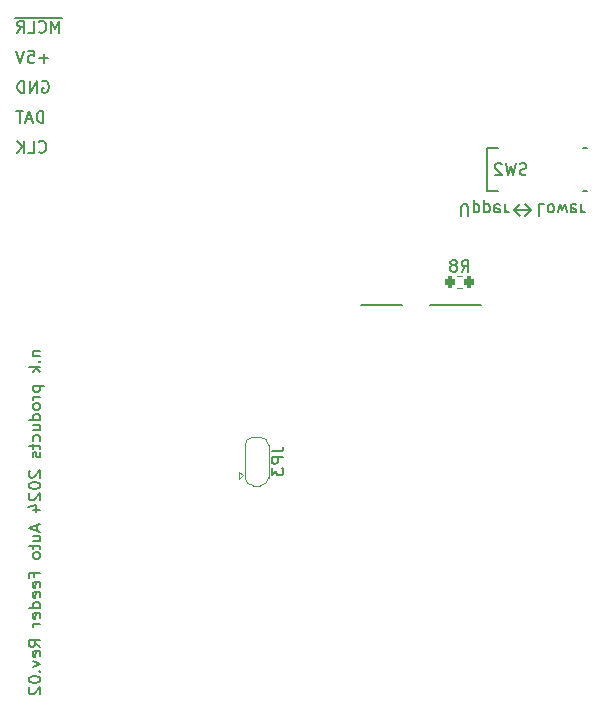
<source format=gbo>
G04 #@! TF.GenerationSoftware,KiCad,Pcbnew,(6.0.10-0)*
G04 #@! TF.CreationDate,2024-01-08T22:07:42+09:00*
G04 #@! TF.ProjectId,AutoFeeder_Drum-type,4175746f-4665-4656-9465-725f4472756d,02*
G04 #@! TF.SameCoordinates,Original*
G04 #@! TF.FileFunction,Legend,Bot*
G04 #@! TF.FilePolarity,Positive*
%FSLAX46Y46*%
G04 Gerber Fmt 4.6, Leading zero omitted, Abs format (unit mm)*
G04 Created by KiCad (PCBNEW (6.0.10-0)) date 2024-01-08 22:07:42*
%MOMM*%
%LPD*%
G01*
G04 APERTURE LIST*
G04 Aperture macros list*
%AMRoundRect*
0 Rectangle with rounded corners*
0 $1 Rounding radius*
0 $2 $3 $4 $5 $6 $7 $8 $9 X,Y pos of 4 corners*
0 Add a 4 corners polygon primitive as box body*
4,1,4,$2,$3,$4,$5,$6,$7,$8,$9,$2,$3,0*
0 Add four circle primitives for the rounded corners*
1,1,$1+$1,$2,$3*
1,1,$1+$1,$4,$5*
1,1,$1+$1,$6,$7*
1,1,$1+$1,$8,$9*
0 Add four rect primitives between the rounded corners*
20,1,$1+$1,$2,$3,$4,$5,0*
20,1,$1+$1,$4,$5,$6,$7,0*
20,1,$1+$1,$6,$7,$8,$9,0*
20,1,$1+$1,$8,$9,$2,$3,0*%
%AMFreePoly0*
4,1,22,0.550000,-0.750000,0.000000,-0.750000,0.000000,-0.745033,-0.079941,-0.743568,-0.215256,-0.701293,-0.333266,-0.622738,-0.424486,-0.514219,-0.481581,-0.384460,-0.499164,-0.250000,-0.500000,-0.250000,-0.500000,0.250000,-0.499164,0.250000,-0.499963,0.256109,-0.478152,0.396186,-0.417904,0.524511,-0.324060,0.630769,-0.204165,0.706417,-0.067858,0.745374,0.000000,0.744959,0.000000,0.750000,
0.550000,0.750000,0.550000,-0.750000,0.550000,-0.750000,$1*%
%AMFreePoly1*
4,1,20,0.000000,0.744959,0.073905,0.744508,0.209726,0.703889,0.328688,0.626782,0.421226,0.519385,0.479903,0.390333,0.500000,0.250000,0.500000,-0.250000,0.499851,-0.262216,0.476331,-0.402017,0.414519,-0.529596,0.319384,-0.634700,0.198574,-0.708877,0.061801,-0.746166,0.000000,-0.745033,0.000000,-0.750000,-0.550000,-0.750000,-0.550000,0.750000,0.000000,0.750000,0.000000,0.744959,
0.000000,0.744959,$1*%
G04 Aperture macros list end*
%ADD10C,0.150000*%
%ADD11C,0.120000*%
%ADD12R,1.700000X1.700000*%
%ADD13O,1.700000X1.700000*%
%ADD14C,1.440000*%
%ADD15C,1.100000*%
%ADD16C,3.200000*%
%ADD17O,1.100000X1.700000*%
%ADD18RoundRect,0.250000X0.750000X-0.600000X0.750000X0.600000X-0.750000X0.600000X-0.750000X-0.600000X0*%
%ADD19O,2.000000X1.700000*%
%ADD20C,1.700000*%
%ADD21RoundRect,0.200000X0.200000X0.275000X-0.200000X0.275000X-0.200000X-0.275000X0.200000X-0.275000X0*%
%ADD22FreePoly0,90.000000*%
%ADD23R,1.500000X1.000000*%
%ADD24FreePoly1,90.000000*%
G04 APERTURE END LIST*
D10*
X199750000Y-87200000D02*
X198250000Y-87200000D01*
X199750000Y-87200000D02*
X199250000Y-87700000D01*
X196925000Y-81950000D02*
X196025000Y-81950000D01*
X204475000Y-81950000D02*
X204125000Y-81950000D01*
X198250000Y-87200000D02*
X198750000Y-87700000D01*
X196025000Y-85650000D02*
X196925000Y-85650000D01*
X185300000Y-95300000D02*
X188800000Y-95300000D01*
X204125000Y-85650000D02*
X204475000Y-85650000D01*
X198250000Y-87200000D02*
X198750000Y-86700000D01*
X191200000Y-95300000D02*
X195500000Y-95300000D01*
X199750000Y-87200000D02*
X199250000Y-86700000D01*
X196025000Y-81950000D02*
X196025000Y-85650000D01*
X200845238Y-86747619D02*
X200369047Y-86747619D01*
X200369047Y-87747619D01*
X201321428Y-86747619D02*
X201226190Y-86795238D01*
X201178571Y-86842857D01*
X201130952Y-86938095D01*
X201130952Y-87223809D01*
X201178571Y-87319047D01*
X201226190Y-87366666D01*
X201321428Y-87414285D01*
X201464285Y-87414285D01*
X201559523Y-87366666D01*
X201607142Y-87319047D01*
X201654761Y-87223809D01*
X201654761Y-86938095D01*
X201607142Y-86842857D01*
X201559523Y-86795238D01*
X201464285Y-86747619D01*
X201321428Y-86747619D01*
X201988095Y-87414285D02*
X202178571Y-86747619D01*
X202369047Y-87223809D01*
X202559523Y-86747619D01*
X202750000Y-87414285D01*
X203511904Y-86795238D02*
X203416666Y-86747619D01*
X203226190Y-86747619D01*
X203130952Y-86795238D01*
X203083333Y-86890476D01*
X203083333Y-87271428D01*
X203130952Y-87366666D01*
X203226190Y-87414285D01*
X203416666Y-87414285D01*
X203511904Y-87366666D01*
X203559523Y-87271428D01*
X203559523Y-87176190D01*
X203083333Y-87080952D01*
X203988095Y-86747619D02*
X203988095Y-87414285D01*
X203988095Y-87223809D02*
X204035714Y-87319047D01*
X204083333Y-87366666D01*
X204178571Y-87414285D01*
X204273809Y-87414285D01*
X158339214Y-76335000D02*
X158434452Y-76287380D01*
X158577309Y-76287380D01*
X158720166Y-76335000D01*
X158815404Y-76430238D01*
X158863023Y-76525476D01*
X158910642Y-76715952D01*
X158910642Y-76858809D01*
X158863023Y-77049285D01*
X158815404Y-77144523D01*
X158720166Y-77239761D01*
X158577309Y-77287380D01*
X158482071Y-77287380D01*
X158339214Y-77239761D01*
X158291595Y-77192142D01*
X158291595Y-76858809D01*
X158482071Y-76858809D01*
X157863023Y-77287380D02*
X157863023Y-76287380D01*
X157291595Y-77287380D01*
X157291595Y-76287380D01*
X156815404Y-77287380D02*
X156815404Y-76287380D01*
X156577309Y-76287380D01*
X156434452Y-76335000D01*
X156339214Y-76430238D01*
X156291595Y-76525476D01*
X156243976Y-76715952D01*
X156243976Y-76858809D01*
X156291595Y-77049285D01*
X156339214Y-77144523D01*
X156434452Y-77239761D01*
X156577309Y-77287380D01*
X156815404Y-77287380D01*
X157519714Y-99165000D02*
X158186380Y-99165000D01*
X157614952Y-99165000D02*
X157567333Y-99212619D01*
X157519714Y-99307857D01*
X157519714Y-99450714D01*
X157567333Y-99545952D01*
X157662571Y-99593571D01*
X158186380Y-99593571D01*
X158091142Y-100069761D02*
X158138761Y-100117380D01*
X158186380Y-100069761D01*
X158138761Y-100022142D01*
X158091142Y-100069761D01*
X158186380Y-100069761D01*
X158186380Y-100545952D02*
X157186380Y-100545952D01*
X157805428Y-100641190D02*
X158186380Y-100926904D01*
X157519714Y-100926904D02*
X157900666Y-100545952D01*
X157519714Y-102117380D02*
X158519714Y-102117380D01*
X157567333Y-102117380D02*
X157519714Y-102212619D01*
X157519714Y-102403095D01*
X157567333Y-102498333D01*
X157614952Y-102545952D01*
X157710190Y-102593571D01*
X157995904Y-102593571D01*
X158091142Y-102545952D01*
X158138761Y-102498333D01*
X158186380Y-102403095D01*
X158186380Y-102212619D01*
X158138761Y-102117380D01*
X158186380Y-103022142D02*
X157519714Y-103022142D01*
X157710190Y-103022142D02*
X157614952Y-103069761D01*
X157567333Y-103117380D01*
X157519714Y-103212619D01*
X157519714Y-103307857D01*
X158186380Y-103784047D02*
X158138761Y-103688809D01*
X158091142Y-103641190D01*
X157995904Y-103593571D01*
X157710190Y-103593571D01*
X157614952Y-103641190D01*
X157567333Y-103688809D01*
X157519714Y-103784047D01*
X157519714Y-103926904D01*
X157567333Y-104022142D01*
X157614952Y-104069761D01*
X157710190Y-104117380D01*
X157995904Y-104117380D01*
X158091142Y-104069761D01*
X158138761Y-104022142D01*
X158186380Y-103926904D01*
X158186380Y-103784047D01*
X158186380Y-104974523D02*
X157186380Y-104974523D01*
X158138761Y-104974523D02*
X158186380Y-104879285D01*
X158186380Y-104688809D01*
X158138761Y-104593571D01*
X158091142Y-104545952D01*
X157995904Y-104498333D01*
X157710190Y-104498333D01*
X157614952Y-104545952D01*
X157567333Y-104593571D01*
X157519714Y-104688809D01*
X157519714Y-104879285D01*
X157567333Y-104974523D01*
X157519714Y-105879285D02*
X158186380Y-105879285D01*
X157519714Y-105450714D02*
X158043523Y-105450714D01*
X158138761Y-105498333D01*
X158186380Y-105593571D01*
X158186380Y-105736428D01*
X158138761Y-105831666D01*
X158091142Y-105879285D01*
X158138761Y-106784047D02*
X158186380Y-106688809D01*
X158186380Y-106498333D01*
X158138761Y-106403095D01*
X158091142Y-106355476D01*
X157995904Y-106307857D01*
X157710190Y-106307857D01*
X157614952Y-106355476D01*
X157567333Y-106403095D01*
X157519714Y-106498333D01*
X157519714Y-106688809D01*
X157567333Y-106784047D01*
X157519714Y-107069761D02*
X157519714Y-107450714D01*
X157186380Y-107212619D02*
X158043523Y-107212619D01*
X158138761Y-107260238D01*
X158186380Y-107355476D01*
X158186380Y-107450714D01*
X158138761Y-107736428D02*
X158186380Y-107831666D01*
X158186380Y-108022142D01*
X158138761Y-108117380D01*
X158043523Y-108165000D01*
X157995904Y-108165000D01*
X157900666Y-108117380D01*
X157853047Y-108022142D01*
X157853047Y-107879285D01*
X157805428Y-107784047D01*
X157710190Y-107736428D01*
X157662571Y-107736428D01*
X157567333Y-107784047D01*
X157519714Y-107879285D01*
X157519714Y-108022142D01*
X157567333Y-108117380D01*
X157281619Y-109307857D02*
X157234000Y-109355476D01*
X157186380Y-109450714D01*
X157186380Y-109688809D01*
X157234000Y-109784047D01*
X157281619Y-109831666D01*
X157376857Y-109879285D01*
X157472095Y-109879285D01*
X157614952Y-109831666D01*
X158186380Y-109260238D01*
X158186380Y-109879285D01*
X157186380Y-110498333D02*
X157186380Y-110593571D01*
X157234000Y-110688809D01*
X157281619Y-110736428D01*
X157376857Y-110784047D01*
X157567333Y-110831666D01*
X157805428Y-110831666D01*
X157995904Y-110784047D01*
X158091142Y-110736428D01*
X158138761Y-110688809D01*
X158186380Y-110593571D01*
X158186380Y-110498333D01*
X158138761Y-110403095D01*
X158091142Y-110355476D01*
X157995904Y-110307857D01*
X157805428Y-110260238D01*
X157567333Y-110260238D01*
X157376857Y-110307857D01*
X157281619Y-110355476D01*
X157234000Y-110403095D01*
X157186380Y-110498333D01*
X157281619Y-111212619D02*
X157234000Y-111260238D01*
X157186380Y-111355476D01*
X157186380Y-111593571D01*
X157234000Y-111688809D01*
X157281619Y-111736428D01*
X157376857Y-111784047D01*
X157472095Y-111784047D01*
X157614952Y-111736428D01*
X158186380Y-111165000D01*
X158186380Y-111784047D01*
X157519714Y-112641190D02*
X158186380Y-112641190D01*
X157138761Y-112403095D02*
X157853047Y-112165000D01*
X157853047Y-112784047D01*
X157900666Y-113879285D02*
X157900666Y-114355476D01*
X158186380Y-113784047D02*
X157186380Y-114117380D01*
X158186380Y-114450714D01*
X157519714Y-115212619D02*
X158186380Y-115212619D01*
X157519714Y-114784047D02*
X158043523Y-114784047D01*
X158138761Y-114831666D01*
X158186380Y-114926904D01*
X158186380Y-115069761D01*
X158138761Y-115165000D01*
X158091142Y-115212619D01*
X157519714Y-115545952D02*
X157519714Y-115926904D01*
X157186380Y-115688809D02*
X158043523Y-115688809D01*
X158138761Y-115736428D01*
X158186380Y-115831666D01*
X158186380Y-115926904D01*
X158186380Y-116403095D02*
X158138761Y-116307857D01*
X158091142Y-116260238D01*
X157995904Y-116212619D01*
X157710190Y-116212619D01*
X157614952Y-116260238D01*
X157567333Y-116307857D01*
X157519714Y-116403095D01*
X157519714Y-116545952D01*
X157567333Y-116641190D01*
X157614952Y-116688809D01*
X157710190Y-116736428D01*
X157995904Y-116736428D01*
X158091142Y-116688809D01*
X158138761Y-116641190D01*
X158186380Y-116545952D01*
X158186380Y-116403095D01*
X157662571Y-118260238D02*
X157662571Y-117926904D01*
X158186380Y-117926904D02*
X157186380Y-117926904D01*
X157186380Y-118403095D01*
X158138761Y-119165000D02*
X158186380Y-119069761D01*
X158186380Y-118879285D01*
X158138761Y-118784047D01*
X158043523Y-118736428D01*
X157662571Y-118736428D01*
X157567333Y-118784047D01*
X157519714Y-118879285D01*
X157519714Y-119069761D01*
X157567333Y-119165000D01*
X157662571Y-119212619D01*
X157757809Y-119212619D01*
X157853047Y-118736428D01*
X158138761Y-120022142D02*
X158186380Y-119926904D01*
X158186380Y-119736428D01*
X158138761Y-119641190D01*
X158043523Y-119593571D01*
X157662571Y-119593571D01*
X157567333Y-119641190D01*
X157519714Y-119736428D01*
X157519714Y-119926904D01*
X157567333Y-120022142D01*
X157662571Y-120069761D01*
X157757809Y-120069761D01*
X157853047Y-119593571D01*
X158186380Y-120926904D02*
X157186380Y-120926904D01*
X158138761Y-120926904D02*
X158186380Y-120831666D01*
X158186380Y-120641190D01*
X158138761Y-120545952D01*
X158091142Y-120498333D01*
X157995904Y-120450714D01*
X157710190Y-120450714D01*
X157614952Y-120498333D01*
X157567333Y-120545952D01*
X157519714Y-120641190D01*
X157519714Y-120831666D01*
X157567333Y-120926904D01*
X158138761Y-121784047D02*
X158186380Y-121688809D01*
X158186380Y-121498333D01*
X158138761Y-121403095D01*
X158043523Y-121355476D01*
X157662571Y-121355476D01*
X157567333Y-121403095D01*
X157519714Y-121498333D01*
X157519714Y-121688809D01*
X157567333Y-121784047D01*
X157662571Y-121831666D01*
X157757809Y-121831666D01*
X157853047Y-121355476D01*
X158186380Y-122260238D02*
X157519714Y-122260238D01*
X157710190Y-122260238D02*
X157614952Y-122307857D01*
X157567333Y-122355476D01*
X157519714Y-122450714D01*
X157519714Y-122545952D01*
X158186380Y-124212619D02*
X157710190Y-123879285D01*
X158186380Y-123641190D02*
X157186380Y-123641190D01*
X157186380Y-124022142D01*
X157234000Y-124117380D01*
X157281619Y-124165000D01*
X157376857Y-124212619D01*
X157519714Y-124212619D01*
X157614952Y-124165000D01*
X157662571Y-124117380D01*
X157710190Y-124022142D01*
X157710190Y-123641190D01*
X158138761Y-125022142D02*
X158186380Y-124926904D01*
X158186380Y-124736428D01*
X158138761Y-124641190D01*
X158043523Y-124593571D01*
X157662571Y-124593571D01*
X157567333Y-124641190D01*
X157519714Y-124736428D01*
X157519714Y-124926904D01*
X157567333Y-125022142D01*
X157662571Y-125069761D01*
X157757809Y-125069761D01*
X157853047Y-124593571D01*
X157519714Y-125403095D02*
X158186380Y-125641190D01*
X157519714Y-125879285D01*
X158091142Y-126260238D02*
X158138761Y-126307857D01*
X158186380Y-126260238D01*
X158138761Y-126212619D01*
X158091142Y-126260238D01*
X158186380Y-126260238D01*
X157186380Y-126926904D02*
X157186380Y-127022142D01*
X157234000Y-127117380D01*
X157281619Y-127165000D01*
X157376857Y-127212619D01*
X157567333Y-127260238D01*
X157805428Y-127260238D01*
X157995904Y-127212619D01*
X158091142Y-127165000D01*
X158138761Y-127117380D01*
X158186380Y-127022142D01*
X158186380Y-126926904D01*
X158138761Y-126831666D01*
X158091142Y-126784047D01*
X157995904Y-126736428D01*
X157805428Y-126688809D01*
X157567333Y-126688809D01*
X157376857Y-126736428D01*
X157281619Y-126784047D01*
X157234000Y-126831666D01*
X157186380Y-126926904D01*
X157281619Y-127641190D02*
X157234000Y-127688809D01*
X157186380Y-127784047D01*
X157186380Y-128022142D01*
X157234000Y-128117380D01*
X157281619Y-128165000D01*
X157376857Y-128212619D01*
X157472095Y-128212619D01*
X157614952Y-128165000D01*
X158186380Y-127593571D01*
X158186380Y-128212619D01*
X160005880Y-70925000D02*
X158863023Y-70925000D01*
X159767785Y-72207380D02*
X159767785Y-71207380D01*
X159434452Y-71921666D01*
X159101119Y-71207380D01*
X159101119Y-72207380D01*
X158863023Y-70925000D02*
X157863023Y-70925000D01*
X158053500Y-72112142D02*
X158101119Y-72159761D01*
X158243976Y-72207380D01*
X158339214Y-72207380D01*
X158482071Y-72159761D01*
X158577309Y-72064523D01*
X158624928Y-71969285D01*
X158672547Y-71778809D01*
X158672547Y-71635952D01*
X158624928Y-71445476D01*
X158577309Y-71350238D01*
X158482071Y-71255000D01*
X158339214Y-71207380D01*
X158243976Y-71207380D01*
X158101119Y-71255000D01*
X158053500Y-71302619D01*
X157863023Y-70925000D02*
X157053500Y-70925000D01*
X157148738Y-72207380D02*
X157624928Y-72207380D01*
X157624928Y-71207380D01*
X157053500Y-70925000D02*
X156053500Y-70925000D01*
X156243976Y-72207380D02*
X156577309Y-71731190D01*
X156815404Y-72207380D02*
X156815404Y-71207380D01*
X156434452Y-71207380D01*
X156339214Y-71255000D01*
X156291595Y-71302619D01*
X156243976Y-71397857D01*
X156243976Y-71540714D01*
X156291595Y-71635952D01*
X156339214Y-71683571D01*
X156434452Y-71731190D01*
X156815404Y-71731190D01*
X158863023Y-74366428D02*
X158101119Y-74366428D01*
X158482071Y-74747380D02*
X158482071Y-73985476D01*
X157148738Y-73747380D02*
X157624928Y-73747380D01*
X157672547Y-74223571D01*
X157624928Y-74175952D01*
X157529690Y-74128333D01*
X157291595Y-74128333D01*
X157196357Y-74175952D01*
X157148738Y-74223571D01*
X157101119Y-74318809D01*
X157101119Y-74556904D01*
X157148738Y-74652142D01*
X157196357Y-74699761D01*
X157291595Y-74747380D01*
X157529690Y-74747380D01*
X157624928Y-74699761D01*
X157672547Y-74652142D01*
X156815404Y-73747380D02*
X156482071Y-74747380D01*
X156148738Y-73747380D01*
X158434452Y-79827380D02*
X158434452Y-78827380D01*
X158196357Y-78827380D01*
X158053500Y-78875000D01*
X157958261Y-78970238D01*
X157910642Y-79065476D01*
X157863023Y-79255952D01*
X157863023Y-79398809D01*
X157910642Y-79589285D01*
X157958261Y-79684523D01*
X158053500Y-79779761D01*
X158196357Y-79827380D01*
X158434452Y-79827380D01*
X157482071Y-79541666D02*
X157005880Y-79541666D01*
X157577309Y-79827380D02*
X157243976Y-78827380D01*
X156910642Y-79827380D01*
X156720166Y-78827380D02*
X156148738Y-78827380D01*
X156434452Y-79827380D02*
X156434452Y-78827380D01*
X193821428Y-87747619D02*
X193821428Y-86938095D01*
X193869047Y-86842857D01*
X193916666Y-86795238D01*
X194011904Y-86747619D01*
X194202380Y-86747619D01*
X194297619Y-86795238D01*
X194345238Y-86842857D01*
X194392857Y-86938095D01*
X194392857Y-87747619D01*
X194869047Y-87414285D02*
X194869047Y-86414285D01*
X194869047Y-87366666D02*
X194964285Y-87414285D01*
X195154761Y-87414285D01*
X195250000Y-87366666D01*
X195297619Y-87319047D01*
X195345238Y-87223809D01*
X195345238Y-86938095D01*
X195297619Y-86842857D01*
X195250000Y-86795238D01*
X195154761Y-86747619D01*
X194964285Y-86747619D01*
X194869047Y-86795238D01*
X195773809Y-87414285D02*
X195773809Y-86414285D01*
X195773809Y-87366666D02*
X195869047Y-87414285D01*
X196059523Y-87414285D01*
X196154761Y-87366666D01*
X196202380Y-87319047D01*
X196250000Y-87223809D01*
X196250000Y-86938095D01*
X196202380Y-86842857D01*
X196154761Y-86795238D01*
X196059523Y-86747619D01*
X195869047Y-86747619D01*
X195773809Y-86795238D01*
X197059523Y-86795238D02*
X196964285Y-86747619D01*
X196773809Y-86747619D01*
X196678571Y-86795238D01*
X196630952Y-86890476D01*
X196630952Y-87271428D01*
X196678571Y-87366666D01*
X196773809Y-87414285D01*
X196964285Y-87414285D01*
X197059523Y-87366666D01*
X197107142Y-87271428D01*
X197107142Y-87176190D01*
X196630952Y-87080952D01*
X197535714Y-86747619D02*
X197535714Y-87414285D01*
X197535714Y-87223809D02*
X197583333Y-87319047D01*
X197630952Y-87366666D01*
X197726190Y-87414285D01*
X197821428Y-87414285D01*
X158053500Y-82272142D02*
X158101119Y-82319761D01*
X158243976Y-82367380D01*
X158339214Y-82367380D01*
X158482071Y-82319761D01*
X158577309Y-82224523D01*
X158624928Y-82129285D01*
X158672547Y-81938809D01*
X158672547Y-81795952D01*
X158624928Y-81605476D01*
X158577309Y-81510238D01*
X158482071Y-81415000D01*
X158339214Y-81367380D01*
X158243976Y-81367380D01*
X158101119Y-81415000D01*
X158053500Y-81462619D01*
X157148738Y-82367380D02*
X157624928Y-82367380D01*
X157624928Y-81367380D01*
X156815404Y-82367380D02*
X156815404Y-81367380D01*
X156243976Y-82367380D02*
X156672547Y-81795952D01*
X156243976Y-81367380D02*
X156815404Y-81938809D01*
X199333333Y-84204761D02*
X199190476Y-84252380D01*
X198952380Y-84252380D01*
X198857142Y-84204761D01*
X198809523Y-84157142D01*
X198761904Y-84061904D01*
X198761904Y-83966666D01*
X198809523Y-83871428D01*
X198857142Y-83823809D01*
X198952380Y-83776190D01*
X199142857Y-83728571D01*
X199238095Y-83680952D01*
X199285714Y-83633333D01*
X199333333Y-83538095D01*
X199333333Y-83442857D01*
X199285714Y-83347619D01*
X199238095Y-83300000D01*
X199142857Y-83252380D01*
X198904761Y-83252380D01*
X198761904Y-83300000D01*
X198428571Y-83252380D02*
X198190476Y-84252380D01*
X198000000Y-83538095D01*
X197809523Y-84252380D01*
X197571428Y-83252380D01*
X197238095Y-83347619D02*
X197190476Y-83300000D01*
X197095238Y-83252380D01*
X196857142Y-83252380D01*
X196761904Y-83300000D01*
X196714285Y-83347619D01*
X196666666Y-83442857D01*
X196666666Y-83538095D01*
X196714285Y-83680952D01*
X197285714Y-84252380D01*
X196666666Y-84252380D01*
X193841666Y-92452380D02*
X194175000Y-91976190D01*
X194413095Y-92452380D02*
X194413095Y-91452380D01*
X194032142Y-91452380D01*
X193936904Y-91500000D01*
X193889285Y-91547619D01*
X193841666Y-91642857D01*
X193841666Y-91785714D01*
X193889285Y-91880952D01*
X193936904Y-91928571D01*
X194032142Y-91976190D01*
X194413095Y-91976190D01*
X193270238Y-91880952D02*
X193365476Y-91833333D01*
X193413095Y-91785714D01*
X193460714Y-91690476D01*
X193460714Y-91642857D01*
X193413095Y-91547619D01*
X193365476Y-91500000D01*
X193270238Y-91452380D01*
X193079761Y-91452380D01*
X192984523Y-91500000D01*
X192936904Y-91547619D01*
X192889285Y-91642857D01*
X192889285Y-91690476D01*
X192936904Y-91785714D01*
X192984523Y-91833333D01*
X193079761Y-91880952D01*
X193270238Y-91880952D01*
X193365476Y-91928571D01*
X193413095Y-91976190D01*
X193460714Y-92071428D01*
X193460714Y-92261904D01*
X193413095Y-92357142D01*
X193365476Y-92404761D01*
X193270238Y-92452380D01*
X193079761Y-92452380D01*
X192984523Y-92404761D01*
X192936904Y-92357142D01*
X192889285Y-92261904D01*
X192889285Y-92071428D01*
X192936904Y-91976190D01*
X192984523Y-91928571D01*
X193079761Y-91880952D01*
X177752380Y-107666666D02*
X178466666Y-107666666D01*
X178609523Y-107619047D01*
X178704761Y-107523809D01*
X178752380Y-107380952D01*
X178752380Y-107285714D01*
X178752380Y-108142857D02*
X177752380Y-108142857D01*
X177752380Y-108523809D01*
X177800000Y-108619047D01*
X177847619Y-108666666D01*
X177942857Y-108714285D01*
X178085714Y-108714285D01*
X178180952Y-108666666D01*
X178228571Y-108619047D01*
X178276190Y-108523809D01*
X178276190Y-108142857D01*
X177752380Y-109047619D02*
X177752380Y-109666666D01*
X178133333Y-109333333D01*
X178133333Y-109476190D01*
X178180952Y-109571428D01*
X178228571Y-109619047D01*
X178323809Y-109666666D01*
X178561904Y-109666666D01*
X178657142Y-109619047D01*
X178704761Y-109571428D01*
X178752380Y-109476190D01*
X178752380Y-109190476D01*
X178704761Y-109095238D01*
X178657142Y-109047619D01*
D11*
X193912258Y-93867500D02*
X193437742Y-93867500D01*
X193912258Y-92822500D02*
X193437742Y-92822500D01*
X175300000Y-109700000D02*
X175000000Y-109400000D01*
X177500000Y-109900000D02*
X177500000Y-107100000D01*
X176200000Y-110550000D02*
X176800000Y-110550000D01*
X175500000Y-107100000D02*
X175500000Y-109900000D01*
X175000000Y-110000000D02*
X175000000Y-109400000D01*
X176800000Y-106450000D02*
X176200000Y-106450000D01*
X175300000Y-109700000D02*
X175000000Y-110000000D01*
X176800000Y-110550000D02*
G75*
G03*
X177500000Y-109850000I1J699999D01*
G01*
X176200000Y-106450000D02*
G75*
G03*
X175500000Y-107150000I0J-700000D01*
G01*
X175500000Y-109850000D02*
G75*
G03*
X176200000Y-110550000I699999J-1D01*
G01*
X177500000Y-107150000D02*
G75*
G03*
X176800000Y-106450000I-700000J0D01*
G01*
%LPC*%
D12*
X142240000Y-87630000D03*
D13*
X139700000Y-87630000D03*
X142240000Y-85090000D03*
X139700000Y-85090000D03*
X142240000Y-82550000D03*
X139700000Y-82550000D03*
D12*
X151130000Y-74295000D03*
D13*
X151130000Y-71755000D03*
D14*
X178460000Y-97540000D03*
X181000000Y-95000000D03*
X178460000Y-92460000D03*
D12*
X178000000Y-70500000D03*
D13*
X178000000Y-73040000D03*
X178000000Y-75580000D03*
X178000000Y-78120000D03*
D15*
X139150000Y-76795000D03*
X139150000Y-71795000D03*
D12*
X180975000Y-107315000D03*
D13*
X180975000Y-104775000D03*
X180975000Y-102235000D03*
D12*
X194520000Y-84999999D03*
D13*
X191980000Y-84999999D03*
X189440000Y-84999999D03*
X186900000Y-84999999D03*
D12*
X169545000Y-65405000D03*
D13*
X169545000Y-62865000D03*
X172085000Y-65405000D03*
X172085000Y-62865000D03*
D14*
X178500000Y-90040000D03*
X181040000Y-87500000D03*
X178500000Y-84960000D03*
D16*
X155000000Y-112000000D03*
D13*
X154940000Y-81915000D03*
X154940000Y-79375000D03*
X154940000Y-76835000D03*
X154940000Y-74295000D03*
D12*
X154940000Y-71755000D03*
D17*
X139190000Y-66538000D03*
X139190000Y-62738000D03*
X147830000Y-62738000D03*
X147830000Y-66538000D03*
D12*
X173355000Y-108575000D03*
D13*
X173355000Y-106035000D03*
X173355000Y-103495000D03*
X173355000Y-100955000D03*
D14*
X178500000Y-117000000D03*
X181040000Y-114460000D03*
X178500000Y-111920000D03*
D18*
X153780000Y-136525000D03*
D19*
X153780000Y-134025000D03*
D20*
X154300000Y-62500000D03*
X154300000Y-65000000D03*
X154300000Y-67500000D03*
X151000000Y-62500000D03*
X151000000Y-65000000D03*
X151000000Y-67500000D03*
D12*
X194500000Y-73000000D03*
D13*
X191960000Y-73000000D03*
X189420000Y-73000000D03*
X186880000Y-73000000D03*
D20*
X198000000Y-85435120D03*
X200500000Y-85435120D03*
X203000000Y-85435120D03*
X198000000Y-82135120D03*
X200500000Y-82135120D03*
X203000000Y-82135120D03*
D21*
X194500000Y-93345000D03*
X192850000Y-93345000D03*
D22*
X176500000Y-109800000D03*
D23*
X176500000Y-108500000D03*
D24*
X176500000Y-107200000D03*
M02*

</source>
